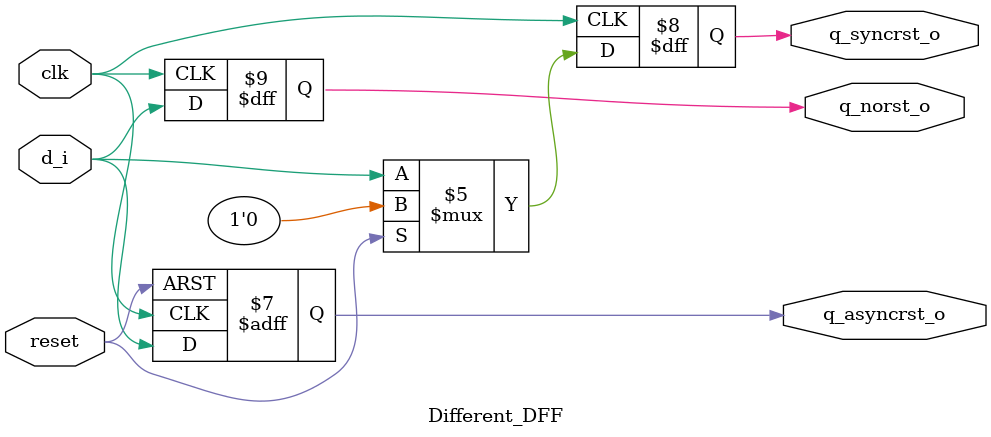
<source format=sv>

module Different_DFF (
  input     logic      clk,
  input     logic      reset,

  input     logic      d_i,

  output    logic      q_norst_o,
  output    logic      q_syncrst_o,
  output    logic      q_asyncrst_o
);

//non-resettable flop
  always@(posedge clk)
    begin
      q_norst_o <= d_i;
    end
  
//flop using synchronous reset
  always@(posedge clk)
    begin
      if(reset)
        q_syncrst_o <= 1'b0;
      else
        q_syncrst_o <= d_i;
    end
//flop using asynchrnoous reset
  always@(posedge clk or posedge reset)
    begin
      if(reset)
        q_asyncrst_o <= 1'b0;
      else
        q_asyncrst_o <= d_i;
    end

endmodule

</source>
